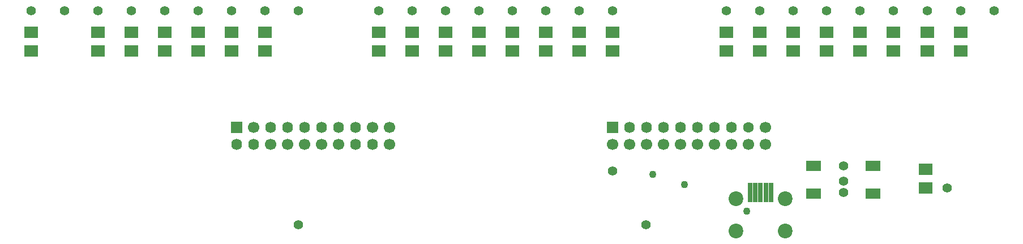
<source format=gts>
%FSLAX42Y42*%
%MOMM*%
G71*
G01*
G75*
%ADD10C,0.30*%
%ADD11R,0.50X2.80*%
%ADD12R,2.10X1.30*%
%ADD13R,1.80X1.60*%
%ADD14C,0.40*%
%ADD15C,0.60*%
%ADD16C,0.50*%
%ADD17C,0.25*%
%ADD18C,2.00*%
%ADD19R,1.50X1.50*%
%ADD20O,1.40X1.50*%
%ADD21C,1.50*%
%ADD22C,1.40*%
%ADD23C,1.20*%
%ADD24C,0.90*%
%ADD25R,1.60X1.25*%
%ADD26R,1.10X1.00*%
%ADD27R,1.30X1.50*%
%ADD28R,1.00X0.85*%
%ADD29R,1.50X1.30*%
%ADD30R,1.00X0.50*%
%ADD31R,1.50X0.25*%
%ADD32C,0.80*%
%ADD33C,0.20*%
%ADD34R,0.70X3.00*%
%ADD35R,2.30X1.50*%
%ADD36R,2.00X1.80*%
%ADD37C,2.20*%
%ADD38R,1.70X1.70*%
%ADD39O,1.60X1.70*%
%ADD40C,1.70*%
%ADD41C,1.60*%
%ADD42C,1.40*%
%ADD43C,1.10*%
D34*
X11570Y-3325D02*
D03*
X11490D02*
D03*
X11410D02*
D03*
X11330D02*
D03*
X11250D02*
D03*
D35*
X13090Y-3335D02*
D03*
X12200D02*
D03*
X13090Y-2925D02*
D03*
X12200D02*
D03*
D36*
X13875Y-3255D02*
D03*
Y-2975D02*
D03*
X14400Y-1205D02*
D03*
Y-925D02*
D03*
X13900Y-1205D02*
D03*
Y-925D02*
D03*
X13400Y-1205D02*
D03*
Y-925D02*
D03*
X12900Y-1205D02*
D03*
Y-925D02*
D03*
X12400Y-1205D02*
D03*
Y-925D02*
D03*
X11900Y-1205D02*
D03*
Y-925D02*
D03*
X11400Y-1205D02*
D03*
Y-925D02*
D03*
X10900Y-1205D02*
D03*
Y-925D02*
D03*
X9200Y-1205D02*
D03*
Y-925D02*
D03*
X8700Y-1205D02*
D03*
Y-925D02*
D03*
X8200Y-1205D02*
D03*
Y-925D02*
D03*
X7700Y-1205D02*
D03*
Y-925D02*
D03*
X7200Y-1205D02*
D03*
Y-925D02*
D03*
X6700Y-1205D02*
D03*
Y-925D02*
D03*
X6200Y-1205D02*
D03*
Y-925D02*
D03*
X5700Y-1205D02*
D03*
Y-925D02*
D03*
X4000Y-1205D02*
D03*
Y-925D02*
D03*
X3500Y-1205D02*
D03*
Y-925D02*
D03*
X3000Y-1205D02*
D03*
Y-925D02*
D03*
X2500Y-1205D02*
D03*
Y-925D02*
D03*
X2000Y-1205D02*
D03*
Y-925D02*
D03*
X1500Y-1205D02*
D03*
Y-925D02*
D03*
X500Y-1205D02*
D03*
Y-925D02*
D03*
D37*
X11775Y-3895D02*
D03*
X11045D02*
D03*
X11775Y-3415D02*
D03*
X11045D02*
D03*
D38*
X3575Y-2350D02*
D03*
X9200D02*
D03*
D39*
X3575Y-2604D02*
D03*
X3829D02*
D03*
X4083Y-2350D02*
D03*
X4337D02*
D03*
X4591D02*
D03*
X4845D02*
D03*
X5099D02*
D03*
X5353D02*
D03*
Y-2604D02*
D03*
X5607D02*
D03*
X9454Y-2350D02*
D03*
X9708D02*
D03*
X9962D02*
D03*
X10216D02*
D03*
X10470D02*
D03*
X10724D02*
D03*
X10978D02*
D03*
D40*
X3829D02*
D03*
X4083Y-2604D02*
D03*
X4337D02*
D03*
X4591D02*
D03*
X4845D02*
D03*
X5099D02*
D03*
X5607Y-2350D02*
D03*
X5861D02*
D03*
Y-2604D02*
D03*
X9200D02*
D03*
X9454D02*
D03*
X9708D02*
D03*
X9962D02*
D03*
X10216D02*
D03*
X10470D02*
D03*
X10724D02*
D03*
X10978D02*
D03*
X11232D02*
D03*
X11486Y-2350D02*
D03*
Y-2604D02*
D03*
D41*
X11232Y-2350D02*
D03*
D42*
X4500Y-600D02*
D03*
X9700Y-3800D02*
D03*
X1500Y-600D02*
D03*
X2000D02*
D03*
X2500D02*
D03*
X3000D02*
D03*
X3500D02*
D03*
X4000D02*
D03*
X5700D02*
D03*
X6200D02*
D03*
X6700D02*
D03*
X7200D02*
D03*
X7700D02*
D03*
X8200D02*
D03*
X8700D02*
D03*
X9200D02*
D03*
X10900D02*
D03*
X11400D02*
D03*
X11900D02*
D03*
X12400D02*
D03*
X12900D02*
D03*
X13400D02*
D03*
X13900D02*
D03*
X14400D02*
D03*
X500D02*
D03*
X14200Y-3250D02*
D03*
X12650Y-2925D02*
D03*
X12650Y-3325D02*
D03*
Y-3150D02*
D03*
X14900Y-600D02*
D03*
X1000D02*
D03*
X4500Y-3800D02*
D03*
X9200Y-3000D02*
D03*
D43*
X11200Y-3600D02*
D03*
X10275Y-3200D02*
D03*
X9800Y-3050D02*
D03*
M02*

</source>
